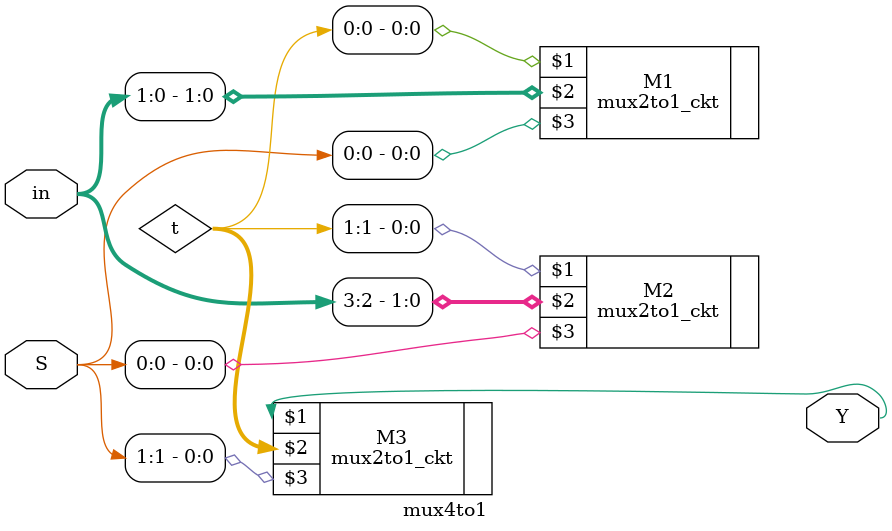
<source format=v>
module mux4to1(in,S,Y);
   input [3:0]in;input [1:0]S; output Y; wire [1:0]t;
     mux2to1_ckt M1(t[0],in[1:0],S[0]); 
     mux2to1_ckt M2(t[1],in[3:2],S[0]);
     mux2to1_ckt M3(Y,t,S[1]);
endmodule    

</source>
